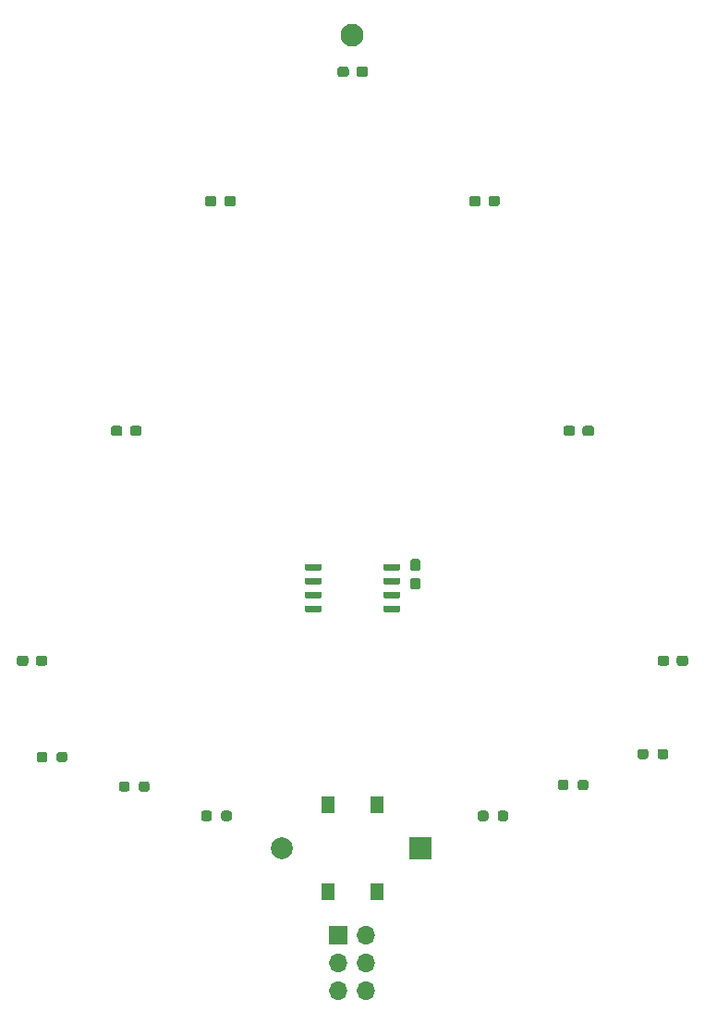
<source format=gts>
G04 #@! TF.GenerationSoftware,KiCad,Pcbnew,(5.1.10-1-10_14)*
G04 #@! TF.CreationDate,2021-11-27T23:13:30-07:00*
G04 #@! TF.ProjectId,ChristmasTreePCB,43687269-7374-46d6-9173-547265655043,rev?*
G04 #@! TF.SameCoordinates,Original*
G04 #@! TF.FileFunction,Soldermask,Top*
G04 #@! TF.FilePolarity,Negative*
%FSLAX46Y46*%
G04 Gerber Fmt 4.6, Leading zero omitted, Abs format (unit mm)*
G04 Created by KiCad (PCBNEW (5.1.10-1-10_14)) date 2021-11-27 23:13:30*
%MOMM*%
%LPD*%
G01*
G04 APERTURE LIST*
%ADD10R,1.700000X1.700000*%
%ADD11O,1.700000X1.700000*%
%ADD12C,2.100000*%
%ADD13R,1.300000X1.550000*%
%ADD14R,2.000000X2.000000*%
%ADD15C,2.000000*%
G04 APERTURE END LIST*
G36*
G01*
X238362500Y-79104600D02*
X237887500Y-79104600D01*
G75*
G02*
X237650000Y-78867100I0J237500D01*
G01*
X237650000Y-78267100D01*
G75*
G02*
X237887500Y-78029600I237500J0D01*
G01*
X238362500Y-78029600D01*
G75*
G02*
X238600000Y-78267100I0J-237500D01*
G01*
X238600000Y-78867100D01*
G75*
G02*
X238362500Y-79104600I-237500J0D01*
G01*
G37*
G36*
G01*
X238362500Y-77379600D02*
X237887500Y-77379600D01*
G75*
G02*
X237650000Y-77142100I0J237500D01*
G01*
X237650000Y-76542100D01*
G75*
G02*
X237887500Y-76304600I237500J0D01*
G01*
X238362500Y-76304600D01*
G75*
G02*
X238600000Y-76542100I0J-237500D01*
G01*
X238600000Y-77142100D01*
G75*
G02*
X238362500Y-77379600I-237500J0D01*
G01*
G37*
G36*
G01*
X230981700Y-31940900D02*
X230981700Y-31465900D01*
G75*
G02*
X231219200Y-31228400I237500J0D01*
G01*
X231794200Y-31228400D01*
G75*
G02*
X232031700Y-31465900I0J-237500D01*
G01*
X232031700Y-31940900D01*
G75*
G02*
X231794200Y-32178400I-237500J0D01*
G01*
X231219200Y-32178400D01*
G75*
G02*
X230981700Y-31940900I0J237500D01*
G01*
G37*
G36*
G01*
X232731700Y-31940900D02*
X232731700Y-31465900D01*
G75*
G02*
X232969200Y-31228400I237500J0D01*
G01*
X233544200Y-31228400D01*
G75*
G02*
X233781700Y-31465900I0J-237500D01*
G01*
X233781700Y-31940900D01*
G75*
G02*
X233544200Y-32178400I-237500J0D01*
G01*
X232969200Y-32178400D01*
G75*
G02*
X232731700Y-31940900I0J237500D01*
G01*
G37*
G36*
G01*
X261369500Y-85368100D02*
X261369500Y-85843100D01*
G75*
G02*
X261132000Y-86080600I-237500J0D01*
G01*
X260557000Y-86080600D01*
G75*
G02*
X260319500Y-85843100I0J237500D01*
G01*
X260319500Y-85368100D01*
G75*
G02*
X260557000Y-85130600I237500J0D01*
G01*
X261132000Y-85130600D01*
G75*
G02*
X261369500Y-85368100I0J-237500D01*
G01*
G37*
G36*
G01*
X263119500Y-85368100D02*
X263119500Y-85843100D01*
G75*
G02*
X262882000Y-86080600I-237500J0D01*
G01*
X262307000Y-86080600D01*
G75*
G02*
X262069500Y-85843100I0J237500D01*
G01*
X262069500Y-85368100D01*
G75*
G02*
X262307000Y-85130600I237500J0D01*
G01*
X262882000Y-85130600D01*
G75*
G02*
X263119500Y-85368100I0J-237500D01*
G01*
G37*
G36*
G01*
X218854100Y-43781100D02*
X218854100Y-43306100D01*
G75*
G02*
X219091600Y-43068600I237500J0D01*
G01*
X219666600Y-43068600D01*
G75*
G02*
X219904100Y-43306100I0J-237500D01*
G01*
X219904100Y-43781100D01*
G75*
G02*
X219666600Y-44018600I-237500J0D01*
G01*
X219091600Y-44018600D01*
G75*
G02*
X218854100Y-43781100I0J237500D01*
G01*
G37*
G36*
G01*
X220604100Y-43781100D02*
X220604100Y-43306100D01*
G75*
G02*
X220841600Y-43068600I237500J0D01*
G01*
X221416600Y-43068600D01*
G75*
G02*
X221654100Y-43306100I0J-237500D01*
G01*
X221654100Y-43781100D01*
G75*
G02*
X221416600Y-44018600I-237500J0D01*
G01*
X220841600Y-44018600D01*
G75*
G02*
X220604100Y-43781100I0J237500D01*
G01*
G37*
G36*
G01*
X244114300Y-43306100D02*
X244114300Y-43781100D01*
G75*
G02*
X243876800Y-44018600I-237500J0D01*
G01*
X243301800Y-44018600D01*
G75*
G02*
X243064300Y-43781100I0J237500D01*
G01*
X243064300Y-43306100D01*
G75*
G02*
X243301800Y-43068600I237500J0D01*
G01*
X243876800Y-43068600D01*
G75*
G02*
X244114300Y-43306100I0J-237500D01*
G01*
G37*
G36*
G01*
X245864300Y-43306100D02*
X245864300Y-43781100D01*
G75*
G02*
X245626800Y-44018600I-237500J0D01*
G01*
X245051800Y-44018600D01*
G75*
G02*
X244814300Y-43781100I0J237500D01*
G01*
X244814300Y-43306100D01*
G75*
G02*
X245051800Y-43068600I237500J0D01*
G01*
X245626800Y-43068600D01*
G75*
G02*
X245864300Y-43306100I0J-237500D01*
G01*
G37*
G36*
G01*
X210226500Y-64809100D02*
X210226500Y-64334100D01*
G75*
G02*
X210464000Y-64096600I237500J0D01*
G01*
X211039000Y-64096600D01*
G75*
G02*
X211276500Y-64334100I0J-237500D01*
G01*
X211276500Y-64809100D01*
G75*
G02*
X211039000Y-65046600I-237500J0D01*
G01*
X210464000Y-65046600D01*
G75*
G02*
X210226500Y-64809100I0J237500D01*
G01*
G37*
G36*
G01*
X211976500Y-64809100D02*
X211976500Y-64334100D01*
G75*
G02*
X212214000Y-64096600I237500J0D01*
G01*
X212789000Y-64096600D01*
G75*
G02*
X213026500Y-64334100I0J-237500D01*
G01*
X213026500Y-64809100D01*
G75*
G02*
X212789000Y-65046600I-237500J0D01*
G01*
X212214000Y-65046600D01*
G75*
G02*
X211976500Y-64809100I0J237500D01*
G01*
G37*
G36*
G01*
X252741900Y-64334100D02*
X252741900Y-64809100D01*
G75*
G02*
X252504400Y-65046600I-237500J0D01*
G01*
X251929400Y-65046600D01*
G75*
G02*
X251691900Y-64809100I0J237500D01*
G01*
X251691900Y-64334100D01*
G75*
G02*
X251929400Y-64096600I237500J0D01*
G01*
X252504400Y-64096600D01*
G75*
G02*
X252741900Y-64334100I0J-237500D01*
G01*
G37*
G36*
G01*
X254491900Y-64334100D02*
X254491900Y-64809100D01*
G75*
G02*
X254254400Y-65046600I-237500J0D01*
G01*
X253679400Y-65046600D01*
G75*
G02*
X253441900Y-64809100I0J237500D01*
G01*
X253441900Y-64334100D01*
G75*
G02*
X253679400Y-64096600I237500J0D01*
G01*
X254254400Y-64096600D01*
G75*
G02*
X254491900Y-64334100I0J-237500D01*
G01*
G37*
G36*
G01*
X201598900Y-85843100D02*
X201598900Y-85368100D01*
G75*
G02*
X201836400Y-85130600I237500J0D01*
G01*
X202411400Y-85130600D01*
G75*
G02*
X202648900Y-85368100I0J-237500D01*
G01*
X202648900Y-85843100D01*
G75*
G02*
X202411400Y-86080600I-237500J0D01*
G01*
X201836400Y-86080600D01*
G75*
G02*
X201598900Y-85843100I0J237500D01*
G01*
G37*
G36*
G01*
X203348900Y-85843100D02*
X203348900Y-85368100D01*
G75*
G02*
X203586400Y-85130600I237500J0D01*
G01*
X204161400Y-85130600D01*
G75*
G02*
X204398900Y-85368100I0J-237500D01*
G01*
X204398900Y-85843100D01*
G75*
G02*
X204161400Y-86080600I-237500J0D01*
G01*
X203586400Y-86080600D01*
G75*
G02*
X203348900Y-85843100I0J237500D01*
G01*
G37*
D10*
X231084200Y-110697000D03*
D11*
X233624200Y-110697000D03*
X231084200Y-113237000D03*
X233624200Y-113237000D03*
X231084200Y-115777000D03*
X233624200Y-115777000D03*
G36*
G01*
X213761334Y-96884934D02*
X213761334Y-97359934D01*
G75*
G02*
X213523834Y-97597434I-237500J0D01*
G01*
X213023834Y-97597434D01*
G75*
G02*
X212786334Y-97359934I0J237500D01*
G01*
X212786334Y-96884934D01*
G75*
G02*
X213023834Y-96647434I237500J0D01*
G01*
X213523834Y-96647434D01*
G75*
G02*
X213761334Y-96884934I0J-237500D01*
G01*
G37*
G36*
G01*
X211936334Y-96884934D02*
X211936334Y-97359934D01*
G75*
G02*
X211698834Y-97597434I-237500J0D01*
G01*
X211198834Y-97597434D01*
G75*
G02*
X210961334Y-97359934I0J237500D01*
G01*
X210961334Y-96884934D01*
G75*
G02*
X211198834Y-96647434I237500J0D01*
G01*
X211698834Y-96647434D01*
G75*
G02*
X211936334Y-96884934I0J-237500D01*
G01*
G37*
G36*
G01*
X205251400Y-94667100D02*
X205251400Y-94192100D01*
G75*
G02*
X205488900Y-93954600I237500J0D01*
G01*
X205988900Y-93954600D01*
G75*
G02*
X206226400Y-94192100I0J-237500D01*
G01*
X206226400Y-94667100D01*
G75*
G02*
X205988900Y-94904600I-237500J0D01*
G01*
X205488900Y-94904600D01*
G75*
G02*
X205251400Y-94667100I0J237500D01*
G01*
G37*
G36*
G01*
X203426400Y-94667100D02*
X203426400Y-94192100D01*
G75*
G02*
X203663900Y-93954600I237500J0D01*
G01*
X204163900Y-93954600D01*
G75*
G02*
X204401400Y-94192100I0J-237500D01*
G01*
X204401400Y-94667100D01*
G75*
G02*
X204163900Y-94904600I-237500J0D01*
G01*
X203663900Y-94904600D01*
G75*
G02*
X203426400Y-94667100I0J237500D01*
G01*
G37*
G36*
G01*
X261292000Y-93912099D02*
X261292000Y-94387099D01*
G75*
G02*
X261054500Y-94624599I-237500J0D01*
G01*
X260554500Y-94624599D01*
G75*
G02*
X260317000Y-94387099I0J237500D01*
G01*
X260317000Y-93912099D01*
G75*
G02*
X260554500Y-93674599I237500J0D01*
G01*
X261054500Y-93674599D01*
G75*
G02*
X261292000Y-93912099I0J-237500D01*
G01*
G37*
G36*
G01*
X259467000Y-93912099D02*
X259467000Y-94387099D01*
G75*
G02*
X259229500Y-94624599I-237500J0D01*
G01*
X258729500Y-94624599D01*
G75*
G02*
X258492000Y-94387099I0J237500D01*
G01*
X258492000Y-93912099D01*
G75*
G02*
X258729500Y-93674599I237500J0D01*
G01*
X259229500Y-93674599D01*
G75*
G02*
X259467000Y-93912099I0J-237500D01*
G01*
G37*
G36*
G01*
X252989066Y-97219933D02*
X252989066Y-96744933D01*
G75*
G02*
X253226566Y-96507433I237500J0D01*
G01*
X253726566Y-96507433D01*
G75*
G02*
X253964066Y-96744933I0J-237500D01*
G01*
X253964066Y-97219933D01*
G75*
G02*
X253726566Y-97457433I-237500J0D01*
G01*
X253226566Y-97457433D01*
G75*
G02*
X252989066Y-97219933I0J237500D01*
G01*
G37*
G36*
G01*
X251164066Y-97219933D02*
X251164066Y-96744933D01*
G75*
G02*
X251401566Y-96507433I237500J0D01*
G01*
X251901566Y-96507433D01*
G75*
G02*
X252139066Y-96744933I0J-237500D01*
G01*
X252139066Y-97219933D01*
G75*
G02*
X251901566Y-97457433I-237500J0D01*
G01*
X251401566Y-97457433D01*
G75*
G02*
X251164066Y-97219933I0J237500D01*
G01*
G37*
G36*
G01*
X221296268Y-99577768D02*
X221296268Y-100052768D01*
G75*
G02*
X221058768Y-100290268I-237500J0D01*
G01*
X220558768Y-100290268D01*
G75*
G02*
X220321268Y-100052768I0J237500D01*
G01*
X220321268Y-99577768D01*
G75*
G02*
X220558768Y-99340268I237500J0D01*
G01*
X221058768Y-99340268D01*
G75*
G02*
X221296268Y-99577768I0J-237500D01*
G01*
G37*
G36*
G01*
X219471268Y-99577768D02*
X219471268Y-100052768D01*
G75*
G02*
X219233768Y-100290268I-237500J0D01*
G01*
X218733768Y-100290268D01*
G75*
G02*
X218496268Y-100052768I0J237500D01*
G01*
X218496268Y-99577768D01*
G75*
G02*
X218733768Y-99340268I237500J0D01*
G01*
X219233768Y-99340268D01*
G75*
G02*
X219471268Y-99577768I0J-237500D01*
G01*
G37*
G36*
G01*
X245661133Y-100052768D02*
X245661133Y-99577768D01*
G75*
G02*
X245898633Y-99340268I237500J0D01*
G01*
X246398633Y-99340268D01*
G75*
G02*
X246636133Y-99577768I0J-237500D01*
G01*
X246636133Y-100052768D01*
G75*
G02*
X246398633Y-100290268I-237500J0D01*
G01*
X245898633Y-100290268D01*
G75*
G02*
X245661133Y-100052768I0J237500D01*
G01*
G37*
G36*
G01*
X243836133Y-100052768D02*
X243836133Y-99577768D01*
G75*
G02*
X244073633Y-99340268I237500J0D01*
G01*
X244573633Y-99340268D01*
G75*
G02*
X244811133Y-99577768I0J-237500D01*
G01*
X244811133Y-100052768D01*
G75*
G02*
X244573633Y-100290268I-237500J0D01*
G01*
X244073633Y-100290268D01*
G75*
G02*
X243836133Y-100052768I0J237500D01*
G01*
G37*
G36*
G01*
X227959200Y-77189600D02*
X227959200Y-76889600D01*
G75*
G02*
X228109200Y-76739600I150000J0D01*
G01*
X229409200Y-76739600D01*
G75*
G02*
X229559200Y-76889600I0J-150000D01*
G01*
X229559200Y-77189600D01*
G75*
G02*
X229409200Y-77339600I-150000J0D01*
G01*
X228109200Y-77339600D01*
G75*
G02*
X227959200Y-77189600I0J150000D01*
G01*
G37*
G36*
G01*
X227959200Y-78459600D02*
X227959200Y-78159600D01*
G75*
G02*
X228109200Y-78009600I150000J0D01*
G01*
X229409200Y-78009600D01*
G75*
G02*
X229559200Y-78159600I0J-150000D01*
G01*
X229559200Y-78459600D01*
G75*
G02*
X229409200Y-78609600I-150000J0D01*
G01*
X228109200Y-78609600D01*
G75*
G02*
X227959200Y-78459600I0J150000D01*
G01*
G37*
G36*
G01*
X227959200Y-79729600D02*
X227959200Y-79429600D01*
G75*
G02*
X228109200Y-79279600I150000J0D01*
G01*
X229409200Y-79279600D01*
G75*
G02*
X229559200Y-79429600I0J-150000D01*
G01*
X229559200Y-79729600D01*
G75*
G02*
X229409200Y-79879600I-150000J0D01*
G01*
X228109200Y-79879600D01*
G75*
G02*
X227959200Y-79729600I0J150000D01*
G01*
G37*
G36*
G01*
X227959200Y-80999600D02*
X227959200Y-80699600D01*
G75*
G02*
X228109200Y-80549600I150000J0D01*
G01*
X229409200Y-80549600D01*
G75*
G02*
X229559200Y-80699600I0J-150000D01*
G01*
X229559200Y-80999600D01*
G75*
G02*
X229409200Y-81149600I-150000J0D01*
G01*
X228109200Y-81149600D01*
G75*
G02*
X227959200Y-80999600I0J150000D01*
G01*
G37*
G36*
G01*
X235159200Y-80999600D02*
X235159200Y-80699600D01*
G75*
G02*
X235309200Y-80549600I150000J0D01*
G01*
X236609200Y-80549600D01*
G75*
G02*
X236759200Y-80699600I0J-150000D01*
G01*
X236759200Y-80999600D01*
G75*
G02*
X236609200Y-81149600I-150000J0D01*
G01*
X235309200Y-81149600D01*
G75*
G02*
X235159200Y-80999600I0J150000D01*
G01*
G37*
G36*
G01*
X235159200Y-79729600D02*
X235159200Y-79429600D01*
G75*
G02*
X235309200Y-79279600I150000J0D01*
G01*
X236609200Y-79279600D01*
G75*
G02*
X236759200Y-79429600I0J-150000D01*
G01*
X236759200Y-79729600D01*
G75*
G02*
X236609200Y-79879600I-150000J0D01*
G01*
X235309200Y-79879600D01*
G75*
G02*
X235159200Y-79729600I0J150000D01*
G01*
G37*
G36*
G01*
X235159200Y-78459600D02*
X235159200Y-78159600D01*
G75*
G02*
X235309200Y-78009600I150000J0D01*
G01*
X236609200Y-78009600D01*
G75*
G02*
X236759200Y-78159600I0J-150000D01*
G01*
X236759200Y-78459600D01*
G75*
G02*
X236609200Y-78609600I-150000J0D01*
G01*
X235309200Y-78609600D01*
G75*
G02*
X235159200Y-78459600I0J150000D01*
G01*
G37*
G36*
G01*
X235159200Y-77189600D02*
X235159200Y-76889600D01*
G75*
G02*
X235309200Y-76739600I150000J0D01*
G01*
X236609200Y-76739600D01*
G75*
G02*
X236759200Y-76889600I0J-150000D01*
G01*
X236759200Y-77189600D01*
G75*
G02*
X236609200Y-77339600I-150000J0D01*
G01*
X235309200Y-77339600D01*
G75*
G02*
X235159200Y-77189600I0J150000D01*
G01*
G37*
D12*
X232359200Y-28359600D03*
D13*
X234609200Y-106733101D03*
X230109200Y-106733101D03*
X230109200Y-98773101D03*
X234609200Y-98773101D03*
D14*
X238583201Y-102753101D03*
D15*
X225883201Y-102753101D03*
M02*

</source>
